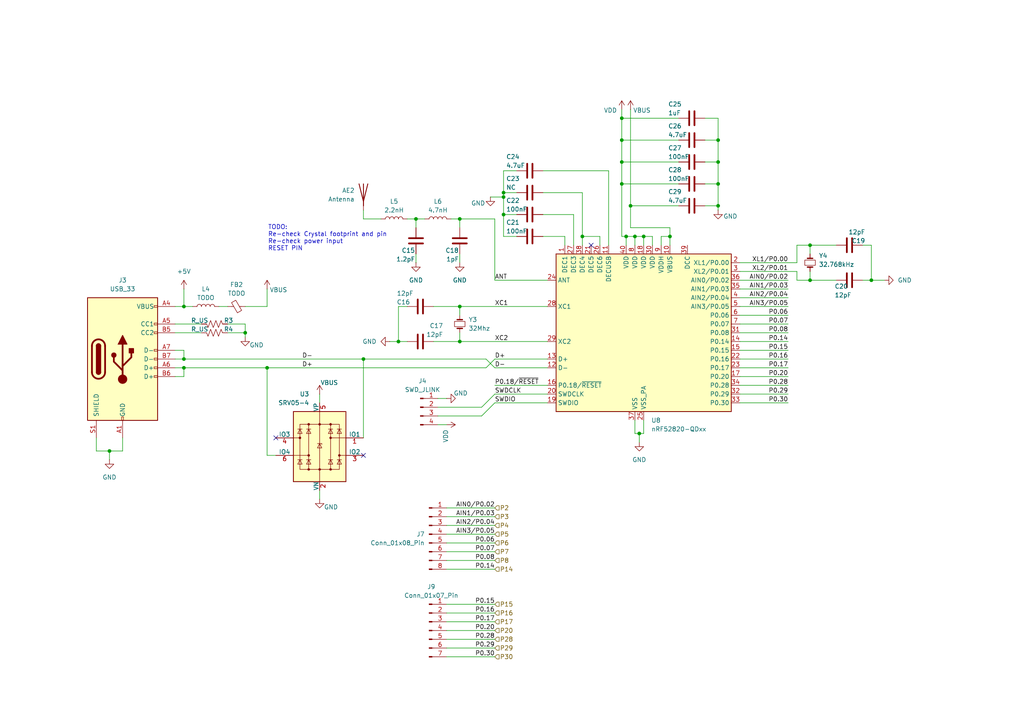
<source format=kicad_sch>
(kicad_sch (version 20231120) (generator "eeschema") (generator_version "8.0")
  (paper "A4")
  (title_block (title "NRF52820") (date "2024-11-14") (company "AHAH_TERROR"))
  (lib_symbols
    (symbol "Connector:Conn_01x04_Pin" (pin_names (offset 1.016) hide)
      (property "Reference" "J" (at 0 5.08 0))
      (property "Value" "Conn_01x04_Pin" (at 0 -7.62 0))
      (symbol "Conn_01x04_Pin_1_1"
        (polyline (pts (xy 1.27 -5.08) (xy 0.8636 -5.08)) (stroke (width 0.1524)))
        (polyline (pts (xy 1.27 -2.54) (xy 0.8636 -2.54)) (stroke (width 0.1524)))
        (polyline (pts (xy 1.27 0) (xy 0.8636 0)) (stroke (width 0.1524)))
        (polyline (pts (xy 1.27 2.54) (xy 0.8636 2.54)) (stroke (width 0.1524)))
        (rectangle (start 0.8636 -4.953) (end 0 -5.207) (stroke (width 0.1524)) (fill (type outline)))
        (rectangle (start 0.8636 -2.413) (end 0 -2.667) (stroke (width 0.1524)) (fill (type outline)))
        (rectangle (start 0.8636 0.127) (end 0 -0.127) (stroke (width 0.1524)) (fill (type outline)))
        (rectangle (start 0.8636 2.667) (end 0 2.413) (stroke (width 0.1524)) (fill (type outline)))
        (pin passive line (at 5.08 2.54 180) (length 3.81) (name "Pin_1") (number "1"))
        (pin passive line (at 5.08 0 180) (length 3.81) (name "Pin_2") (number "2"))
        (pin passive line (at 5.08 -2.54 180) (length 3.81) (name "Pin_3") (number "3"))
        (pin passive line (at 5.08 -5.08 180) (length 3.81) (name "Pin_4") (number "4"))
      )
    )
    (symbol "Connector:Conn_01x07_Pin" (pin_names (offset 1.016) hide)
      (property "Reference" "J" (at 0 10.16 0))
      (property "Value" "Conn_01x07_Pin" (at 0 -10.16 0))
      (symbol "Conn_01x07_Pin_1_1"
        (polyline (pts (xy 1.27 -7.62) (xy 0.8636 -7.62)) (stroke (width 0.1524)))
        (polyline (pts (xy 1.27 -5.08) (xy 0.8636 -5.08)) (stroke (width 0.1524)))
        (polyline (pts (xy 1.27 -2.54) (xy 0.8636 -2.54)) (stroke (width 0.1524)))
        (polyline (pts (xy 1.27 0) (xy 0.8636 0)) (stroke (width 0.1524)))
        (polyline (pts (xy 1.27 2.54) (xy 0.8636 2.54)) (stroke (width 0.1524)))
        (polyline (pts (xy 1.27 5.08) (xy 0.8636 5.08)) (stroke (width 0.1524)))
        (polyline (pts (xy 1.27 7.62) (xy 0.8636 7.62)) (stroke (width 0.1524)))
        (rectangle (start 0.8636 -7.493) (end 0 -7.747) (stroke (width 0.1524)) (fill (type outline)))
        (rectangle (start 0.8636 -4.953) (end 0 -5.207) (stroke (width 0.1524)) (fill (type outline)))
        (rectangle (start 0.8636 -2.413) (end 0 -2.667) (stroke (width 0.1524)) (fill (type outline)))
        (rectangle (start 0.8636 0.127) (end 0 -0.127) (stroke (width 0.1524)) (fill (type outline)))
        (rectangle (start 0.8636 2.667) (end 0 2.413) (stroke (width 0.1524)) (fill (type outline)))
        (rectangle (start 0.8636 5.207) (end 0 4.953) (stroke (width 0.1524)) (fill (type outline)))
        (rectangle (start 0.8636 7.747) (end 0 7.493) (stroke (width 0.1524)) (fill (type outline)))
        (pin passive line (at 5.08 7.62 180) (length 3.81) (name "Pin_1") (number "1"))
        (pin passive line (at 5.08 5.08 180) (length 3.81) (name "Pin_2") (number "2"))
        (pin passive line (at 5.08 2.54 180) (length 3.81) (name "Pin_3") (number "3"))
        (pin passive line (at 5.08 0 180) (length 3.81) (name "Pin_4") (number "4"))
        (pin passive line (at 5.08 -2.54 180) (length 3.81) (name "Pin_5") (number "5"))
        (pin passive line (at 5.08 -5.08 180) (length 3.81) (name "Pin_6") (number "6"))
        (pin passive line (at 5.08 -7.62 180) (length 3.81) (name "Pin_7") (number "7"))
      )
    )
    (symbol "Connector:Conn_01x08_Pin" (pin_names (offset 1.016) hide)
      (property "Reference" "J" (at 0 10.16 0))
      (property "Value" "Conn_01x08_Pin" (at 0 -12.7 0))
      (symbol "Conn_01x08_Pin_1_1"
        (polyline (pts (xy 1.27 -10.16) (xy 0.8636 -10.16)) (stroke (width 0.1524)))
        (polyline (pts (xy 1.27 -7.62) (xy 0.8636 -7.62)) (stroke (width 0.1524)))
        (polyline (pts (xy 1.27 -5.08) (xy 0.8636 -5.08)) (stroke (width 0.1524)))
        (polyline (pts (xy 1.27 -2.54) (xy 0.8636 -2.54)) (stroke (width 0.1524)))
        (polyline (pts (xy 1.27 0) (xy 0.8636 0)) (stroke (width 0.1524)))
        (polyline (pts (xy 1.27 2.54) (xy 0.8636 2.54)) (stroke (width 0.1524)))
        (polyline (pts (xy 1.27 5.08) (xy 0.8636 5.08)) (stroke (width 0.1524)))
        (polyline (pts (xy 1.27 7.62) (xy 0.8636 7.62)) (stroke (width 0.1524)))
        (rectangle (start 0.8636 -10.033) (end 0 -10.287) (stroke (width 0.1524)) (fill (type outline)))
        (rectangle (start 0.8636 -7.493) (end 0 -7.747) (stroke (width 0.1524)) (fill (type outline)))
        (rectangle (start 0.8636 -4.953) (end 0 -5.207) (stroke (width 0.1524)) (fill (type outline)))
        (rectangle (start 0.8636 -2.413) (end 0 -2.667) (stroke (width 0.1524)) (fill (type outline)))
        (rectangle (start 0.8636 0.127) (end 0 -0.127) (stroke (width 0.1524)) (fill (type outline)))
        (rectangle (start 0.8636 2.667) (end 0 2.413) (stroke (width 0.1524)) (fill (type outline)))
        (rectangle (start 0.8636 5.207) (end 0 4.953) (stroke (width 0.1524)) (fill (type outline)))
        (rectangle (start 0.8636 7.747) (end 0 7.493) (stroke (width 0.1524)) (fill (type outline)))
        (pin passive line (at 5.08 7.62 180) (length 3.81) (name "Pin_1") (number "1"))
        (pin passive line (at 5.08 5.08 180) (length 3.81) (name "Pin_2") (number "2"))
        (pin passive line (at 5.08 2.54 180) (length 3.81) (name "Pin_3") (number "3"))
        (pin passive line (at 5.08 0 180) (length 3.81) (name "Pin_4") (number "4"))
        (pin passive line (at 5.08 -2.54 180) (length 3.81) (name "Pin_5") (number "5"))
        (pin passive line (at 5.08 -5.08 180) (length 3.81) (name "Pin_6") (number "6"))
        (pin passive line (at 5.08 -7.62 180) (length 3.81) (name "Pin_7") (number "7"))
        (pin passive line (at 5.08 -10.16 180) (length 3.81) (name "Pin_8") (number "8"))
      )
    )
    (symbol "Connector:USB_C_Receptacle_USB2.0_14P" (pin_names (offset 1.016))
      (property "Reference" "J" (at 0 22.225 0))
      (property "Value" "USB_C_Receptacle_USB2.0_14P" (at 0 19.685 0))
      (symbol "USB_C_Receptacle_USB2.0_14P_0_0"
        (rectangle (start -0.254 -17.78) (end 0.254 -16.764))
        (rectangle (start 10.16 -4.826) (end 9.144 -5.334))
        (rectangle (start 10.16 -2.286) (end 9.144 -2.794))
        (rectangle (start 10.16 0.254) (end 9.144 -0.254))
        (rectangle (start 10.16 2.794) (end 9.144 2.286))
        (rectangle (start 10.16 7.874) (end 9.144 7.366))
        (rectangle (start 10.16 10.414) (end 9.144 9.906))
        (rectangle (start 10.16 15.494) (end 9.144 14.986))
      )
      (symbol "USB_C_Receptacle_USB2.0_14P_0_1"
        (rectangle (start -10.16 17.78) (end 10.16 -17.78) (stroke (width 0.254)) (fill (type background)))
        (arc (start -8.89 -3.81) (mid -6.985 -5.7067) (end -5.08 -3.81) (stroke (width 0.508)))
        (arc (start -7.62 -3.81) (mid -6.985 -4.4423) (end -6.35 -3.81) (stroke (width 0.254)))
        (arc (start -7.62 -3.81) (mid -6.985 -4.4423) (end -6.35 -3.81) (stroke (width 0.254)) (fill (type outline)))
        (rectangle (start -7.62 -3.81) (end -6.35 3.81) (stroke (width 0.254)) (fill (type outline)))
        (arc (start -6.35 3.81) (mid -6.985 4.4423) (end -7.62 3.81) (stroke (width 0.254)))
        (arc (start -6.35 3.81) (mid -6.985 4.4423) (end -7.62 3.81) (stroke (width 0.254)) (fill (type outline)))
        (arc (start -5.08 3.81) (mid -6.985 5.7067) (end -8.89 3.81) (stroke (width 0.508)))
        (circle (center -2.54 1.143) (radius 0.635) (stroke (width 0.254)) (fill (type outline)))
        (circle (center 0 -5.842) (radius 1.27) (fill (type outline)))
        (polyline (pts (xy -8.89 -3.81) (xy -8.89 3.81)) (stroke (width 0.508)))
        (polyline (pts (xy -5.08 3.81) (xy -5.08 -3.81)) (stroke (width 0.508)))
        (polyline (pts (xy 0 -5.842) (xy 0 4.318)) (stroke (width 0.508)))
        (polyline (pts (xy 0 -3.302) (xy -2.54 -0.762) (xy -2.54 0.508)) (stroke (width 0.508)))
        (polyline (pts (xy 0 -2.032) (xy 2.54 0.508) (xy 2.54 1.778)) (stroke (width 0.508)))
        (polyline (pts (xy -1.27 4.318) (xy 0 6.858) (xy 1.27 4.318) (xy -1.27 4.318)) (stroke (width 0.254)) (fill (type outline)))
        (rectangle (start 1.905 1.778) (end 3.175 3.048) (stroke (width 0.254)) (fill (type outline)))
      )
      (symbol "USB_C_Receptacle_USB2.0_14P_1_1"
        (pin passive line (at 0 -22.86 90) (length 5.08) (name "GND") (number "A1"))
        (pin passive line (at 0 -22.86 90) (length 5.08) hide (name "GND") (number "A12"))
        (pin passive line (at 15.24 15.24 180) (length 5.08) (name "VBUS") (number "A4"))
        (pin bidirectional line (at 15.24 10.16 180) (length 5.08) (name "CC1") (number "A5"))
        (pin bidirectional line (at 15.24 -2.54 180) (length 5.08) (name "D+") (number "A6"))
        (pin bidirectional line (at 15.24 2.54 180) (length 5.08) (name "D-") (number "A7"))
        (pin passive line (at 15.24 15.24 180) (length 5.08) hide (name "VBUS") (number "A9"))
        (pin passive line (at 0 -22.86 90) (length 5.08) hide (name "GND") (number "B1"))
        (pin passive line (at 0 -22.86 90) (length 5.08) hide (name "GND") (number "B12"))
        (pin passive line (at 15.24 15.24 180) (length 5.08) hide (name "VBUS") (number "B4"))
        (pin bidirectional line (at 15.24 7.62 180) (length 5.08) (name "CC2") (number "B5"))
        (pin bidirectional line (at 15.24 -5.08 180) (length 5.08) (name "D+") (number "B6"))
        (pin bidirectional line (at 15.24 0 180) (length 5.08) (name "D-") (number "B7"))
        (pin passive line (at 15.24 15.24 180) (length 5.08) hide (name "VBUS") (number "B9"))
        (pin passive line (at -7.62 -22.86 90) (length 5.08) (name "SHIELD") (number "S1"))
      )
    )
    (symbol "Device:Antenna" (pin_numbers hide) (pin_names (offset 1.016) hide)
      (property "Reference" "AE" (at -1.905 1.905 0))
      (property "Value" "Antenna" (at -1.905 0 0))
      (symbol "Antenna_0_1"
        (polyline (pts (xy 0 2.54) (xy 0 -3.81)) (stroke (width 0.254)))
        (polyline (pts (xy 1.27 2.54) (xy 0 -2.54) (xy -1.27 2.54)) (stroke (width 0.254)))
      )
      (symbol "Antenna_1_1"
        (pin input line (at 0 -5.08 90) (length 2.54) (name "A") (number "1"))
      )
    )
    (symbol "Device:C" (pin_numbers hide) (pin_names (offset 0.254))
      (property "Reference" "C" (at 0.635 2.54 0))
      (property "Value" "C" (at 0.635 -2.54 0))
      (symbol "C_0_1"
        (polyline (pts (xy -2.032 -0.762) (xy 2.032 -0.762)) (stroke (width 0.508)))
        (polyline (pts (xy -2.032 0.762) (xy 2.032 0.762)) (stroke (width 0.508)))
      )
      (symbol "C_1_1"
        (pin passive line (at 0 3.81 270) (length 2.794) (name "~") (number "1"))
        (pin passive line (at 0 -3.81 90) (length 2.794) (name "~") (number "2"))
      )
    )
    (symbol "Device:Crystal_Small" (pin_numbers hide) (pin_names (offset 1.016) hide)
      (property "Reference" "Y" (at 0 2.54 0))
      (property "Value" "Crystal_Small" (at 0 -2.54 0))
      (symbol "Crystal_Small_0_1"
        (rectangle (start -0.762 -1.524) (end 0.762 1.524))
        (polyline (pts (xy -1.27 -0.762) (xy -1.27 0.762)) (stroke (width 0.381)))
        (polyline (pts (xy 1.27 -0.762) (xy 1.27 0.762)) (stroke (width 0.381)))
      )
      (symbol "Crystal_Small_1_1"
        (pin passive line (at -2.54 0 0) (length 1.27) (name "1") (number "1"))
        (pin passive line (at 2.54 0 180) (length 1.27) (name "2") (number "2"))
      )
    )
    (symbol "Device:FerriteBead_Small" (pin_numbers hide) (pin_names (offset 0))
      (property "Reference" "FB" (at 1.905 1.27 0))
      (property "Value" "FerriteBead_Small" (at 1.905 -1.27 0))
      (symbol "FerriteBead_Small_0_1"
        (polyline (pts (xy 0 -1.27) (xy 0 -0.7874)))
        (polyline (pts (xy 0 0.889) (xy 0 1.2954)))
        (polyline (pts (xy -1.8288 0.2794) (xy -1.1176 1.4986) (xy 1.8288 -0.2032) (xy 1.1176 -1.4224) (xy -1.8288 0.2794)))
      )
      (symbol "FerriteBead_Small_1_1"
        (pin passive line (at 0 2.54 270) (length 1.27) (name "~") (number "1"))
        (pin passive line (at 0 -2.54 90) (length 1.27) (name "~") (number "2"))
      )
    )
    (symbol "Device:L" (pin_numbers hide) (pin_names (offset 1.016) hide)
      (property "Reference" "L" (at -1.27 0 90))
      (property "Value" "L" (at 1.905 0 90))
      (symbol "L_0_1"
        (arc (start 0 -2.54) (mid 0.6323 -1.905) (end 0 -1.27))
        (arc (start 0 -1.27) (mid 0.6323 -0.635) (end 0 0))
        (arc (start 0 0) (mid 0.6323 0.635) (end 0 1.27))
        (arc (start 0 1.27) (mid 0.6323 1.905) (end 0 2.54))
      )
      (symbol "L_1_1"
        (pin passive line (at 0 3.81 270) (length 1.27) (name "1") (number "1"))
        (pin passive line (at 0 -3.81 90) (length 1.27) (name "2") (number "2"))
      )
    )
    (symbol "Device:R_US" (pin_numbers hide) (pin_names (offset 0))
      (property "Reference" "R" (at 2.54 0 90))
      (property "Value" "R_US" (at -2.54 0 90))
      (symbol "R_US_0_1"
        (polyline (pts (xy 0 -2.286) (xy 0 -2.54)))
        (polyline (pts (xy 0 2.286) (xy 0 2.54)))
        (polyline (pts (xy 0 -0.762) (xy 1.016 -1.143) (xy 0 -1.524) (xy -1.016 -1.905) (xy 0 -2.286)))
        (polyline (pts (xy 0 0.762) (xy 1.016 0.381) (xy 0 0) (xy -1.016 -0.381) (xy 0 -0.762)))
        (polyline (pts (xy 0 2.286) (xy 1.016 1.905) (xy 0 1.524) (xy -1.016 1.143) (xy 0 0.762)))
      )
      (symbol "R_US_1_1"
        (pin passive line (at 0 3.81 270) (length 1.27) (name "~") (number "1"))
        (pin passive line (at 0 -3.81 90) (length 1.27) (name "~") (number "2"))
      )
    )
    (symbol "MCU_Nordic:nRF52820-QDxx"
      (property "Reference" "U" (at -2.54 0 0))
      (property "Value" "nRF52820-QDxx" (at -2.54 -2.54 0))
      (symbol "nRF52820-QDxx_0_1"
        (rectangle (start -25.4 22.86) (end 25.4 -22.86) (stroke (width 0.254)) (fill (type background)))
      )
      (symbol "nRF52820-QDxx_1_1"
        (pin passive line (at -22.86 25.4 270) (length 2.54) (name "DEC1") (number "1"))
        (pin power_in line (at 7.62 25.4 270) (length 2.54) (name "VBUS") (number "10"))
        (pin passive line (at -10.16 25.4 270) (length 2.54) (name "DECUSB") (number "11"))
        (pin bidirectional line (at -27.94 -10.16 0) (length 2.54) (name "D-") (number "12"))
        (pin bidirectional line (at -27.94 -7.62 0) (length 2.54) (name "D+") (number "13"))
        (pin bidirectional line (at 27.94 -2.54 180) (length 2.54) (name "P0.14") (number "14"))
        (pin bidirectional line (at 27.94 -5.08 180) (length 2.54) (name "P0.15") (number "15"))
        (pin bidirectional line (at -27.94 -15.24 0) (length 2.54) (name "P0.18/~{RESET}") (number "16"))
        (pin bidirectional line (at 27.94 -12.7 180) (length 2.54) (name "P0.20") (number "17"))
        (pin power_in line (at 0 25.4 270) (length 2.54) (name "VDD") (number "18"))
        (pin bidirectional line (at -27.94 -20.32 0) (length 2.54) (name "SWDIO") (number "19"))
        (pin bidirectional line (at 27.94 20.32 180) (length 2.54) (name "XL1/P0.00") (number "2"))
        (pin input line (at -27.94 -17.78 0) (length 2.54) (name "SWDCLK") (number "20"))
        (pin passive line (at -15.24 25.4 270) (length 2.54) (name "DEC5") (number "21"))
        (pin bidirectional line (at 27.94 -7.62 180) (length 2.54) (name "P0.16") (number "22"))
        (pin bidirectional line (at 27.94 -10.16 180) (length 2.54) (name "P0.17") (number "23"))
        (pin passive line (at -27.94 15.24 0) (length 2.54) (name "ANT") (number "24"))
        (pin power_in line (at 0 -25.4 90) (length 2.54) (name "VSS_PA") (number "25"))
        (pin passive line (at -12.7 25.4 270) (length 2.54) (name "DEC6") (number "26"))
        (pin passive line (at -20.32 25.4 270) (length 2.54) (name "DEC3") (number "27"))
        (pin input line (at -27.94 7.62 0) (length 2.54) (name "XC1") (number "28"))
        (pin input line (at -27.94 -2.54 0) (length 2.54) (name "XC2") (number "29"))
        (pin bidirectional line (at 27.94 17.78 180) (length 2.54) (name "XL2/P0.01") (number "3"))
        (pin power_in line (at 2.54 25.4 270) (length 2.54) (name "VDD") (number "30"))
        (pin bidirectional line (at 27.94 0 180) (length 2.54) (name "P0.08") (number "31"))
        (pin bidirectional line (at 27.94 -17.78 180) (length 2.54) (name "P0.29") (number "32"))
        (pin bidirectional line (at 27.94 -20.32 180) (length 2.54) (name "P0.30") (number "33"))
        (pin bidirectional line (at 27.94 -15.24 180) (length 2.54) (name "P0.28") (number "34"))
        (pin bidirectional line (at 27.94 12.7 180) (length 2.54) (name "AIN1/P0.03") (number "35"))
        (pin bidirectional line (at 27.94 15.24 180) (length 2.54) (name "AIN0/P0.02") (number "36"))
        (pin power_in line (at -2.54 -25.4 90) (length 2.54) (name "VSS") (number "37"))
        (pin passive line (at -17.78 25.4 270) (length 2.54) (name "DEC4") (number "38"))
        (pin power_out line (at 12.7 25.4 270) (length 2.54) (name "DCC") (number "39"))
        (pin bidirectional line (at 27.94 10.16 180) (length 2.54) (name "AIN2/P0.04") (number "4"))
        (pin power_in line (at -5.08 25.4 270) (length 2.54) (name "VDD") (number "40"))
        (pin passive line (at -2.54 -25.4 90) (length 2.54) hide (name "VSS") (number "41"))
        (pin bidirectional line (at 27.94 7.62 180) (length 2.54) (name "AIN3/P0.05") (number "5"))
        (pin bidirectional line (at 27.94 5.08 180) (length 2.54) (name "P0.06") (number "6"))
        (pin bidirectional line (at 27.94 2.54 180) (length 2.54) (name "P0.07") (number "7"))
        (pin power_in line (at -2.54 25.4 270) (length 2.54) (name "VDD") (number "8"))
        (pin power_in line (at 5.08 25.4 270) (length 2.54) (name "VDDH") (number "9"))
      )
    )
    (symbol "Power_Protection:SRV05-4" (pin_names (offset 0))
      (property "Reference" "U" (at -5.08 11.43 0))
      (property "Value" "SRV05-4" (at 2.54 11.43 0))
      (symbol "SRV05-4_0_0"
        (rectangle (start -5.715 6.477) (end 5.715 -6.604))
        (polyline (pts (xy -3.175 -6.604) (xy -3.175 6.477)))
        (polyline (pts (xy 3.175 6.477) (xy 3.175 -6.604)))
      )
      (symbol "SRV05-4_0_1"
        (rectangle (start -7.62 10.16) (end 7.62 -10.16) (stroke (width 0.254)) (fill (type background)))
        (circle (center -5.715 -2.54) (radius 0.2794) (fill (type outline)))
        (circle (center -3.175 -6.604) (radius 0.2794) (fill (type outline)))
        (circle (center -3.175 2.54) (radius 0.2794) (fill (type outline)))
        (circle (center -3.175 6.477) (radius 0.2794) (fill (type outline)))
        (circle (center 0 -6.604) (radius 0.2794) (fill (type outline)))
        (polyline (pts (xy -7.747 2.54) (xy -3.175 2.54)))
        (polyline (pts (xy -7.62 -2.54) (xy -5.715 -2.54)))
        (polyline (pts (xy -5.08 -3.81) (xy -6.35 -3.81)))
        (polyline (pts (xy -5.08 5.08) (xy -6.35 5.08)))
        (polyline (pts (xy -2.54 -3.81) (xy -3.81 -3.81)))
        (polyline (pts (xy -2.54 5.08) (xy -3.81 5.08)))
        (polyline (pts (xy 0 10.16) (xy 0 -10.16)))
        (polyline (pts (xy 3.81 -3.81) (xy 2.54 -3.81)))
        (polyline (pts (xy 3.81 5.08) (xy 2.54 5.08)))
        (polyline (pts (xy 6.35 -3.81) (xy 5.08 -3.81)))
        (polyline (pts (xy 6.35 5.08) (xy 5.08 5.08)))
        (polyline (pts (xy 7.62 -2.54) (xy 3.175 -2.54)))
        (polyline (pts (xy 7.62 2.54) (xy 5.715 2.54)))
        (polyline (pts (xy 0.635 0.889) (xy -0.635 0.889) (xy -0.635 0.635)))
        (polyline (pts (xy -5.08 -5.08) (xy -6.35 -5.08) (xy -5.715 -3.81) (xy -5.08 -5.08)))
        (polyline (pts (xy -5.08 3.81) (xy -6.35 3.81) (xy -5.715 5.08) (xy -5.08 3.81)))
        (polyline (pts (xy -2.54 -5.08) (xy -3.81 -5.08) (xy -3.175 -3.81) (xy -2.54 -5.08)))
        (polyline (pts (xy -2.54 3.81) (xy -3.81 3.81) (xy -3.175 5.08) (xy -2.54 3.81)))
        (polyline (pts (xy 0.635 -0.381) (xy -0.635 -0.381) (xy 0 0.889) (xy 0.635 -0.381)))
        (polyline (pts (xy 3.81 -5.08) (xy 2.54 -5.08) (xy 3.175 -3.81) (xy 3.81 -5.08)))
        (polyline (pts (xy 3.81 3.81) (xy 2.54 3.81) (xy 3.175 5.08) (xy 3.81 3.81)))
        (polyline (pts (xy 6.35 -5.08) (xy 5.08 -5.08) (xy 5.715 -3.81) (xy 6.35 -5.08)))
        (polyline (pts (xy 6.35 3.81) (xy 5.08 3.81) (xy 5.715 5.08) (xy 6.35 3.81)))
        (circle (center 0 6.477) (radius 0.2794) (fill (type outline)))
        (circle (center 3.175 -6.604) (radius 0.2794) (fill (type outline)))
        (circle (center 3.175 -2.54) (radius 0.2794) (fill (type outline)))
        (circle (center 3.175 6.477) (radius 0.2794) (fill (type outline)))
        (circle (center 5.715 2.54) (radius 0.2794) (fill (type outline)))
      )
      (symbol "SRV05-4_1_1"
        (pin passive line (at -12.7 2.54 0) (length 5.08) (name "IO1") (number "1"))
        (pin passive line (at 0 -12.7 90) (length 2.54) (name "VN") (number "2"))
        (pin passive line (at -12.7 -2.54 0) (length 5.08) (name "IO2") (number "3"))
        (pin passive line (at 12.7 2.54 180) (length 5.08) (name "IO3") (number "4"))
        (pin passive line (at 0 12.7 270) (length 2.54) (name "VP") (number "5"))
        (pin passive line (at 12.7 -2.54 180) (length 5.08) (name "IO4") (number "6"))
      )
    )
    (symbol "power:+5V" (power) (pin_numbers hide) (pin_names (offset 0) hide)
      (property "Value" "+5V" (at 0 3.556 0))
      (symbol "+5V_0_1"
        (polyline (pts (xy -0.762 1.27) (xy 0 2.54)))
        (polyline (pts (xy 0 0) (xy 0 2.54)))
        (polyline (pts (xy 0 2.54) (xy 0.762 1.27)))
      )
      (symbol "+5V_1_1"
        (pin power_in line (at 0 0 90) (length 0) (name "~") (number "1"))
      )
    )
    (symbol "power:GND" (power) (pin_numbers hide) (pin_names (offset 0) hide)
      (property "Value" "GND" (at 0 -3.81 0))
      (symbol "GND_0_1"
        (polyline (pts (xy 0 0) (xy 0 -1.27) (xy 1.27 -1.27) (xy 0 -2.54) (xy -1.27 -1.27) (xy 0 -1.27)))
      )
      (symbol "GND_1_1"
        (pin power_in line (at 0 0 270) (length 0) (name "~") (number "1"))
      )
    )
    (symbol "power:VBUS" (power) (pin_numbers hide) (pin_names (offset 0) hide)
      (property "Value" "VBUS" (at 0 3.556 0))
      (symbol "VBUS_0_1"
        (polyline (pts (xy -0.762 1.27) (xy 0 2.54)))
        (polyline (pts (xy 0 0) (xy 0 2.54)))
        (polyline (pts (xy 0 2.54) (xy 0.762 1.27)))
      )
      (symbol "VBUS_1_1"
        (pin power_in line (at 0 0 90) (length 0) (name "~") (number "1"))
      )
    )
    (symbol "power:VDD" (power) (pin_numbers hide) (pin_names (offset 0) hide)
      (property "Value" "VDD" (at 0 3.556 0))
      (symbol "VDD_0_1"
        (polyline (pts (xy -0.762 1.27) (xy 0 2.54)))
        (polyline (pts (xy 0 0) (xy 0 2.54)))
        (polyline (pts (xy 0 2.54) (xy 0.762 1.27)))
      )
      (symbol "VDD_1_1"
        (pin power_in line (at 0 0 90) (length 0) (name "~") (number "1"))
      )
    )
  )
  (junction (at 71.12 96.52))
  (junction (at 146.05 57.15))
  (junction (at 234.95 81.28))
  (junction (at 184.15 68.58))
  (junction (at 31.75 130.81))
  (junction (at 146.05 62.23))
  (junction (at 133.35 88.9))
  (junction (at 53.34 104.14))
  (junction (at 208.28 40.64))
  (junction (at 133.35 63.5))
  (junction (at 53.34 106.68))
  (junction (at 77.47 106.68))
  (junction (at 105.41 104.14))
  (junction (at 120.65 63.5))
  (junction (at 180.34 53.34))
  (junction (at 208.28 53.34))
  (junction (at 194.31 68.58))
  (junction (at 180.34 34.29))
  (junction (at 208.28 59.69))
  (junction (at 185.42 125.73))
  (junction (at 252.73 81.28))
  (junction (at 53.34 88.9))
  (junction (at 168.91 68.58))
  (junction (at 186.69 68.58))
  (junction (at 180.34 46.99))
  (junction (at 146.05 55.88))
  (junction (at 133.35 99.06))
  (junction (at 115.57 99.06))
  (junction (at 208.28 46.99))
  (junction (at 180.34 40.64))
  (junction (at 181.61 68.58))
  (junction (at 234.95 71.12))
  (junction (at 182.88 59.69))
  (no_connect (at 171.45 71.12))
  (no_connect (at 105.41 132.08))
  (no_connect (at 80.01 127))
  (wire (pts (xy 146.05 57.15) (xy 146.05 62.23)))
  (wire (pts (xy 143.51 165.1) (xy 129.54 165.1)))
  (wire (pts (xy 120.65 73.66) (xy 120.65 76.2)))
  (wire (pts (xy 234.95 78.74) (xy 234.95 81.28)))
  (wire (pts (xy 120.65 63.5) (xy 120.65 66.04)))
  (wire (pts (xy 214.63 76.2) (xy 231.14 76.2)))
  (wire (pts (xy 191.77 68.58) (xy 194.31 68.58)))
  (wire (pts (xy 242.57 71.12) (xy 234.95 71.12)))
  (wire (pts (xy 191.77 68.58) (xy 191.77 71.12)))
  (wire (pts (xy 77.47 106.68) (xy 53.34 106.68)))
  (wire (pts (xy 140.97 106.68) (xy 143.51 104.14)))
  (wire (pts (xy 77.47 106.68) (xy 140.97 106.68)))
  (wire (pts (xy 77.47 132.08) (xy 77.47 106.68)))
  (wire (pts (xy 133.35 73.66) (xy 133.35 76.2)))
  (wire (pts (xy 181.61 68.58) (xy 181.61 71.12)))
  (wire (pts (xy 194.31 68.58) (xy 194.31 71.12)))
  (wire (pts (xy 250.19 71.12) (xy 252.73 71.12)))
  (wire (pts (xy 186.69 68.58) (xy 189.23 68.58)))
  (wire (pts (xy 182.88 31.75) (xy 182.88 59.69)))
  (wire (pts (xy 27.94 130.81) (xy 27.94 127)))
  (wire (pts (xy 143.51 177.8) (xy 129.54 177.8)))
  (wire (pts (xy 66.04 96.52) (xy 71.12 96.52)))
  (wire (pts (xy 118.11 63.5) (xy 120.65 63.5)))
  (wire (pts (xy 133.35 66.04) (xy 133.35 63.5)))
  (wire (pts (xy 77.47 88.9) (xy 77.47 83.82)))
  (wire (pts (xy 105.41 63.5) (xy 105.41 60.96)))
  (wire (pts (xy 204.47 40.64) (xy 208.28 40.64)))
  (wire (pts (xy 214.63 78.74) (xy 231.14 78.74)))
  (wire (pts (xy 228.6 88.9) (xy 214.63 88.9)))
  (wire (pts (xy 234.95 81.28) (xy 231.14 81.28)))
  (wire (pts (xy 182.88 59.69) (xy 196.85 59.69)))
  (wire (pts (xy 129.54 115.57) (xy 127 115.57)))
  (wire (pts (xy 127 118.11) (xy 139.7 118.11)))
  (wire (pts (xy 208.28 46.99) (xy 208.28 53.34)))
  (wire (pts (xy 228.6 114.3) (xy 214.63 114.3)))
  (wire (pts (xy 71.12 93.98) (xy 66.04 93.98)))
  (wire (pts (xy 228.6 96.52) (xy 214.63 96.52)))
  (wire (pts (xy 228.6 99.06) (xy 214.63 99.06)))
  (wire (pts (xy 129.54 123.19) (xy 127 123.19)))
  (wire (pts (xy 163.83 68.58) (xy 163.83 71.12)))
  (wire (pts (xy 256.54 81.28) (xy 252.73 81.28)))
  (wire (pts (xy 143.51 152.4) (xy 129.54 152.4)))
  (wire (pts (xy 71.12 96.52) (xy 71.12 93.98)))
  (wire (pts (xy 71.12 88.9) (xy 77.47 88.9)))
  (wire (pts (xy 234.95 73.66) (xy 234.95 71.12)))
  (wire (pts (xy 143.51 114.3) (xy 158.75 114.3)))
  (wire (pts (xy 184.15 121.92) (xy 184.15 125.73)))
  (wire (pts (xy 143.51 185.42) (xy 129.54 185.42)))
  (wire (pts (xy 139.7 118.11) (xy 143.51 114.3)))
  (wire (pts (xy 184.15 68.58) (xy 184.15 71.12)))
  (wire (pts (xy 50.8 109.22) (xy 53.34 109.22)))
  (wire (pts (xy 189.23 68.58) (xy 189.23 71.12)))
  (wire (pts (xy 125.73 99.06) (xy 133.35 99.06)))
  (wire (pts (xy 143.51 63.5) (xy 143.51 81.28)))
  (wire (pts (xy 55.88 88.9) (xy 53.34 88.9)))
  (wire (pts (xy 180.34 34.29) (xy 180.34 40.64)))
  (wire (pts (xy 50.8 88.9) (xy 53.34 88.9)))
  (wire (pts (xy 110.49 63.5) (xy 105.41 63.5)))
  (wire (pts (xy 157.48 49.53) (xy 176.53 49.53)))
  (wire (pts (xy 125.73 88.9) (xy 133.35 88.9)))
  (wire (pts (xy 146.05 49.53) (xy 146.05 55.88)))
  (wire (pts (xy 185.42 125.73) (xy 186.69 125.73)))
  (wire (pts (xy 252.73 71.12) (xy 252.73 81.28)))
  (wire (pts (xy 173.99 68.58) (xy 173.99 71.12)))
  (wire (pts (xy 50.8 104.14) (xy 53.34 104.14)))
  (wire (pts (xy 228.6 106.68) (xy 214.63 106.68)))
  (wire (pts (xy 180.34 40.64) (xy 196.85 40.64)))
  (wire (pts (xy 204.47 53.34) (xy 208.28 53.34)))
  (wire (pts (xy 143.51 157.48) (xy 129.54 157.48)))
  (wire (pts (xy 31.75 130.81) (xy 27.94 130.81)))
  (wire (pts (xy 143.51 182.88) (xy 129.54 182.88)))
  (wire (pts (xy 118.11 88.9) (xy 115.57 88.9)))
  (wire (pts (xy 143.51 187.96) (xy 129.54 187.96)))
  (wire (pts (xy 166.37 62.23) (xy 166.37 71.12)))
  (wire (pts (xy 204.47 34.29) (xy 208.28 34.29)))
  (wire (pts (xy 157.48 68.58) (xy 163.83 68.58)))
  (wire (pts (xy 186.69 68.58) (xy 186.69 71.12)))
  (wire (pts (xy 80.01 132.08) (xy 77.47 132.08)))
  (wire (pts (xy 143.51 106.68) (xy 158.75 106.68)))
  (wire (pts (xy 204.47 46.99) (xy 208.28 46.99)))
  (wire (pts (xy 146.05 49.53) (xy 149.86 49.53)))
  (wire (pts (xy 35.56 127) (xy 35.56 130.81)))
  (wire (pts (xy 181.61 68.58) (xy 184.15 68.58)))
  (wire (pts (xy 228.6 83.82) (xy 214.63 83.82)))
  (wire (pts (xy 180.34 34.29) (xy 196.85 34.29)))
  (wire (pts (xy 143.51 116.84) (xy 158.75 116.84)))
  (wire (pts (xy 228.6 93.98) (xy 214.63 93.98)))
  (wire (pts (xy 228.6 111.76) (xy 214.63 111.76)))
  (wire (pts (xy 228.6 91.44) (xy 214.63 91.44)))
  (wire (pts (xy 194.31 66.04) (xy 194.31 68.58)))
  (wire (pts (xy 168.91 68.58) (xy 173.99 68.58)))
  (wire (pts (xy 228.6 101.6) (xy 214.63 101.6)))
  (wire (pts (xy 115.57 99.06) (xy 118.11 99.06)))
  (wire (pts (xy 53.34 109.22) (xy 53.34 106.68)))
  (wire (pts (xy 180.34 40.64) (xy 180.34 46.99)))
  (wire (pts (xy 143.51 81.28) (xy 158.75 81.28)))
  (wire (pts (xy 146.05 68.58) (xy 149.86 68.58)))
  (wire (pts (xy 105.41 104.14) (xy 53.34 104.14)))
  (wire (pts (xy 92.71 114.3) (xy 92.71 116.84)))
  (wire (pts (xy 133.35 91.44) (xy 133.35 88.9)))
  (wire (pts (xy 204.47 59.69) (xy 208.28 59.69)))
  (wire (pts (xy 176.53 49.53) (xy 176.53 71.12)))
  (wire (pts (xy 92.71 142.24) (xy 92.71 144.78)))
  (wire (pts (xy 71.12 96.52) (xy 71.12 97.79)))
  (wire (pts (xy 228.6 116.84) (xy 214.63 116.84)))
  (wire (pts (xy 113.03 99.06) (xy 115.57 99.06)))
  (wire (pts (xy 58.42 96.52) (xy 50.8 96.52)))
  (wire (pts (xy 146.05 62.23) (xy 146.05 68.58)))
  (wire (pts (xy 105.41 104.14) (xy 140.97 104.14)))
  (wire (pts (xy 53.34 88.9) (xy 53.34 83.82)))
  (wire (pts (xy 105.41 104.14) (xy 105.41 127)))
  (wire (pts (xy 231.14 71.12) (xy 234.95 71.12)))
  (wire (pts (xy 182.88 59.69) (xy 182.88 66.04)))
  (wire (pts (xy 50.8 101.6) (xy 53.34 101.6)))
  (wire (pts (xy 146.05 55.88) (xy 146.05 57.15)))
  (wire (pts (xy 146.05 62.23) (xy 149.86 62.23)))
  (wire (pts (xy 143.51 160.02) (xy 129.54 160.02)))
  (wire (pts (xy 208.28 34.29) (xy 208.28 40.64)))
  (wire (pts (xy 180.34 31.75) (xy 180.34 34.29)))
  (wire (pts (xy 157.48 62.23) (xy 166.37 62.23)))
  (wire (pts (xy 143.51 154.94) (xy 129.54 154.94)))
  (wire (pts (xy 53.34 106.68) (xy 50.8 106.68)))
  (wire (pts (xy 182.88 66.04) (xy 194.31 66.04)))
  (wire (pts (xy 185.42 125.73) (xy 185.42 128.27)))
  (wire (pts (xy 180.34 53.34) (xy 180.34 68.58)))
  (wire (pts (xy 115.57 88.9) (xy 115.57 99.06)))
  (wire (pts (xy 208.28 59.69) (xy 208.28 60.96)))
  (wire (pts (xy 180.34 46.99) (xy 196.85 46.99)))
  (wire (pts (xy 168.91 55.88) (xy 168.91 68.58)))
  (wire (pts (xy 168.91 68.58) (xy 168.91 71.12)))
  (wire (pts (xy 31.75 130.81) (xy 31.75 133.35)))
  (wire (pts (xy 127 120.65) (xy 139.7 120.65)))
  (wire (pts (xy 208.28 53.34) (xy 208.28 59.69)))
  (wire (pts (xy 35.56 130.81) (xy 31.75 130.81)))
  (wire (pts (xy 66.04 88.9) (xy 63.5 88.9)))
  (wire (pts (xy 133.35 88.9) (xy 158.75 88.9)))
  (wire (pts (xy 53.34 101.6) (xy 53.34 104.14)))
  (wire (pts (xy 208.28 40.64) (xy 208.28 46.99)))
  (wire (pts (xy 231.14 81.28) (xy 231.14 78.74)))
  (wire (pts (xy 180.34 46.99) (xy 180.34 53.34)))
  (wire (pts (xy 130.81 63.5) (xy 133.35 63.5)))
  (wire (pts (xy 143.51 147.32) (xy 129.54 147.32)))
  (wire (pts (xy 186.69 125.73) (xy 186.69 121.92)))
  (wire (pts (xy 143.51 162.56) (xy 129.54 162.56)))
  (wire (pts (xy 146.05 55.88) (xy 149.86 55.88)))
  (wire (pts (xy 231.14 76.2) (xy 231.14 71.12)))
  (wire (pts (xy 157.48 55.88) (xy 168.91 55.88)))
  (wire (pts (xy 143.51 149.86) (xy 129.54 149.86)))
  (wire (pts (xy 133.35 99.06) (xy 158.75 99.06)))
  (wire (pts (xy 180.34 53.34) (xy 196.85 53.34)))
  (wire (pts (xy 143.51 190.5) (xy 129.54 190.5)))
  (wire (pts (xy 184.15 125.73) (xy 185.42 125.73)))
  (wire (pts (xy 133.35 63.5) (xy 143.51 63.5)))
  (wire (pts (xy 228.6 104.14) (xy 214.63 104.14)))
  (wire (pts (xy 143.51 116.84) (xy 139.7 120.65)))
  (wire (pts (xy 140.97 104.14) (xy 143.51 106.68)))
  (wire (pts (xy 252.73 81.28) (xy 250.19 81.28)))
  (wire (pts (xy 143.51 111.76) (xy 158.75 111.76)))
  (wire (pts (xy 180.34 68.58) (xy 181.61 68.58)))
  (wire (pts (xy 242.57 81.28) (xy 234.95 81.28)))
  (wire (pts (xy 133.35 96.52) (xy 133.35 99.06)))
  (wire (pts (xy 228.6 81.28) (xy 214.63 81.28)))
  (wire (pts (xy 58.42 93.98) (xy 50.8 93.98)))
  (wire (pts (xy 143.51 175.26) (xy 129.54 175.26)))
  (wire (pts (xy 184.15 68.58) (xy 186.69 68.58)))
  (wire (pts (xy 228.6 86.36) (xy 214.63 86.36)))
  (wire (pts (xy 142.24 57.15) (xy 146.05 57.15)))
  (wire (pts (xy 143.51 104.14) (xy 158.75 104.14)))
  (wire (pts (xy 143.51 180.34) (xy 129.54 180.34)))
  (wire (pts (xy 228.6 109.22) (xy 214.63 109.22)))
  (wire (pts (xy 120.65 63.5) (xy 123.19 63.5)))
  (text "TODO: \nRe-check Crystal footprint and pin \nRe-check power input\nRESET PIN" (at 77.724 65.278 0) (effects (font (size 1.27 1.27)) (justify left top)))
  (label "AIN2/P0.04" (at 228.6 86.36 180))
  (label "AIN3/P0.05" (at 143.51 154.94 180))
  (label "P0.15" (at 143.51 175.26 180))
  (label "SWDCLK" (at 143.51 114.3 0))
  (label "P0.30" (at 143.51 190.5 180))
  (label "P0.30" (at 228.6 116.84 180))
  (label "P0.20" (at 228.6 109.22 180))
  (label "P0.07" (at 143.51 160.02 180))
  (label "P0.14" (at 143.51 165.1 180))
  (label "AIN2/P0.04" (at 143.51 152.4 180))
  (label "AIN1/P0.03" (at 228.6 83.82 180))
  (label "P0.16" (at 228.6 104.14 180))
  (label "ANT" (at 143.51 81.28 0))
  (label "P0.08" (at 143.51 162.56 180))
  (label "D-" (at 143.51 106.68 0))
  (label "P0.07" (at 228.6 93.98 180))
  (label "P0.28" (at 228.6 111.76 180))
  (label "P0.20" (at 143.51 182.88 180))
  (label "P0.17" (at 228.6 106.68 180))
  (label "P0.16" (at 143.51 177.8 180))
  (label "XL1/P0.00" (at 228.6 76.2 180))
  (label "P0.29" (at 228.6 114.3 180))
  (label "D+" (at 143.51 104.14 0))
  (label "P0.17" (at 143.51 180.34 180))
  (label "XC2" (at 143.51 99.06 0))
  (label "P0.14" (at 228.6 99.06 180))
  (label "XC1" (at 143.51 88.9 0))
  (label "D-" (at 87.63 104.14 0))
  (label "P0.06" (at 228.6 91.44 180))
  (label "AIN1/P0.03" (at 143.51 149.86 180))
  (label "P0.29" (at 143.51 187.96 180))
  (label "D+" (at 87.63 106.68 0))
  (label "AIN0/P0.02" (at 143.51 147.32 180))
  (label "P0.18/~{RESET}" (at 143.51 111.76 0))
  (label "P0.08" (at 228.6 96.52 180))
  (label "P0.06" (at 143.51 157.48 180))
  (label "AIN3/P0.05" (at 228.6 88.9 180))
  (label "XL2/P0.01" (at 228.6 78.74 180))
  (label "P0.28" (at 143.51 185.42 180))
  (label "AIN0/P0.02" (at 228.6 81.28 180))
  (label "SWDIO" (at 143.51 116.84 0))
  (label "P0.15" (at 228.6 101.6 180))
  (hierarchical_label "P20" (shape input) (at 143.51 182.88 0))
  (hierarchical_label "P2" (shape input) (at 143.51 147.32 0))
  (hierarchical_label "P8" (shape input) (at 143.51 162.56 0))
  (hierarchical_label "P5" (shape input) (at 143.51 154.94 0))
  (hierarchical_label "P17" (shape input) (at 143.51 180.34 0))
  (hierarchical_label "P7" (shape input) (at 143.51 160.02 0))
  (hierarchical_label "P30" (shape input) (at 143.51 190.5 0))
  (hierarchical_label "P3" (shape input) (at 143.51 149.86 0))
  (hierarchical_label "P28" (shape input) (at 143.51 185.42 0))
  (hierarchical_label "P6" (shape input) (at 143.51 157.48 0))
  (hierarchical_label "P15" (shape input) (at 143.51 175.26 0))
  (hierarchical_label "P29" (shape input) (at 143.51 187.96 0))
  (hierarchical_label "P4" (shape input) (at 143.51 152.4 0))
  (hierarchical_label "P14" (shape input) (at 143.51 165.1 0))
  (hierarchical_label "P16" (shape input) (at 143.51 177.8 0))
  (symbol (lib_id "Device:C") (at 153.67 55.88 270) (mirror x) (unit 1)
    (property "Reference" "C23" (at 146.812 51.816 90) (effects (justify left)))
    (property "Value" "NC" (at 146.812 54.356 90) (effects (justify left)))
    (property "Description" "Unpolarized capacitor" (effects (hide yes)))
  )
  (symbol (lib_id "Device:Antenna") (at 105.41 55.88 0) (mirror y) (unit 1)
    (property "Reference" "AE2" (at 102.87 55.2449 0) (effects (justify left)))
    (property "Value" "Antenna" (at 102.87 57.7849 0) (effects (justify left)))
    (property "Description" "Antenna" (effects (hide yes)))
  )
  (symbol (lib_id "power:GND") (at 113.03 99.06 270) (unit 1)
    (property "Reference" "#PWR024" (effects (hide yes)))
    (property "Value" "GND" (at 109.22 99.0599 90) (effects (justify right)))
    (property "Description" "Power symbol creates a global label with name \"GND\" , ground" (effects (hide yes)))
  )
  (symbol (lib_id "power:GND") (at 129.54 115.57 90) (unit 1)
    (property "Reference" "#PWR026" (effects (hide yes)))
    (property "Value" "GND" (at 131.572 114.046 90) (effects (justify right)))
    (property "Description" "Power symbol creates a global label with name \"GND\" , ground" (effects (hide yes)))
  )
  (symbol (lib_id "power:VBUS") (at 182.88 31.75 0) (unit 1)
    (property "Reference" "#PWR032" (effects (hide yes)))
    (property "Value" "VBUS" (at 186.182 32.004 0))
    (property "Description" "Power symbol creates a global label with name \"VBUS\"" (effects (hide yes)))
  )
  (symbol (lib_id "Device:Crystal_Small") (at 133.35 93.98 270) (unit 1)
    (property "Reference" "Y3" (at 135.89 92.7099 90) (effects (justify left)))
    (property "Value" "32Mhz" (at 135.89 95.2499 90) (effects (justify left)))
    (property "Footprint" "Crystal:Crystal_SMD_Abracon_ABM3-2Pin_5.0x3.2mm_HandSoldering" (effects (hide yes)))
    (property "Description" "Two pin crystal, small symbol" (effects (hide yes)))
  )
  (symbol (lib_id "power:GND") (at 71.12 97.79 0) (mirror y) (unit 1)
    (property "Reference" "#PWR020" (effects (hide yes)))
    (property "Value" "GND" (at 74.422 100.076 0))
    (property "Description" "Power symbol creates a global label with name \"GND\" , ground" (effects (hide yes)))
  )
  (symbol (lib_id "Device:R_US") (at 62.23 93.98 270) (mirror x) (unit 1)
    (property "Reference" "R3" (at 66.294 92.964 90))
    (property "Value" "R_US" (at 57.912 92.964 90))
    (property "Description" "Resistor, US symbol" (effects (hide yes)))
  )
  (symbol (lib_id "Device:C") (at 200.66 40.64 270) (mirror x) (unit 1)
    (property "Reference" "C26" (at 193.802 36.576 90) (effects (justify left)))
    (property "Value" "4.7uF" (at 193.802 39.116 90) (effects (justify left)))
    (property "Description" "Unpolarized capacitor" (effects (hide yes)))
  )
  (symbol (lib_id "Device:L") (at 114.3 63.5 90) (unit 1)
    (property "Reference" "L5" (at 114.3 58.42 90))
    (property "Value" "2.2nH" (at 114.3 60.96 90))
    (property "Description" "Inductor" (effects (hide yes)))
  )
  (symbol (lib_id "Connector:Conn_01x07_Pin") (at 124.46 182.88 0) (unit 1)
    (property "Reference" "J9" (at 125.095 170.18 0))
    (property "Value" "Conn_01x07_Pin" (at 125.095 172.72 0))
    (property "Footprint" "Connector_PinSocket_2.54mm:PinSocket_1x07_P2.54mm_Vertical" (effects (hide yes)))
    (property "Description" "Generic connector, single row, 01x07, script generated" (effects (hide yes)))
  )
  (symbol (lib_id "power:GND") (at 208.28 60.96 0) (mirror y) (unit 1)
    (property "Reference" "#PWR034" (effects (hide yes)))
    (property "Value" "GND" (at 211.836 62.738 0))
    (property "Description" "Power symbol creates a global label with name \"GND\" , ground" (effects (hide yes)))
  )
  (symbol (lib_id "power:VDD") (at 180.34 31.75 0) (unit 1)
    (property "Reference" "#PWR031" (effects (hide yes)))
    (property "Value" "VDD" (at 177.038 32.004 0))
    (property "Description" "Power symbol creates a global label with name \"VDD\"" (effects (hide yes)))
  )
  (symbol (lib_id "Device:C") (at 120.65 69.85 0) (mirror y) (unit 1)
    (property "Reference" "C15" (at 120.396 72.644 0) (effects (justify left)))
    (property "Value" "1.2pF" (at 120.396 75.184 0) (effects (justify left)))
    (property "Description" "Unpolarized capacitor" (effects (hide yes)))
  )
  (symbol (lib_id "Connector:Conn_01x04_Pin") (at 121.92 118.11 0) (unit 1)
    (property "Reference" "J4" (at 122.555 110.49 0))
    (property "Value" "SWD_JLINK" (at 122.555 113.03 0))
    (property "Footprint" "Connector_PinHeader_2.54mm:PinHeader_1x04_P2.54mm_Vertical" (effects (hide yes)))
    (property "Description" "Generic connector, single row, 01x04, script generated" (effects (hide yes)))
  )
  (symbol (lib_id "Power_Protection:SRV05-4") (at 92.71 129.54 0) (mirror y) (unit 1)
    (property "Reference" "U3" (at 89.6935 114.3 0) (effects (justify left)))
    (property "Value" "SRV05-4" (at 89.6935 116.84 0) (effects (justify left)))
    (property "Footprint" "Package_TO_SOT_SMD:SOT-23-6_Handsoldering" (effects (hide yes)))
    (property "Datasheet" "http://www.onsemi.com/pub/Collateral/SRV05-4-D.PDF" (effects (hide yes)))
    (property "Description" "ESD Protection Diodes with Low Clamping Voltage, SOT-23-6" (effects (hide yes)))
  )
  (symbol (lib_id "power:VBUS") (at 77.47 83.82 0) (unit 1)
    (property "Reference" "#PWR021" (effects (hide yes)))
    (property "Value" "VBUS" (at 80.772 84.074 0))
    (property "Description" "Power symbol creates a global label with name \"VBUS\"" (effects (hide yes)))
  )
  (symbol (lib_id "Device:C") (at 200.66 46.99 270) (mirror x) (unit 1)
    (property "Reference" "C27" (at 193.802 42.926 90) (effects (justify left)))
    (property "Value" "100nF" (at 193.802 45.466 90) (effects (justify left)))
    (property "Description" "Unpolarized capacitor" (effects (hide yes)))
  )
  (symbol (lib_id "Connector:USB_C_Receptacle_USB2.0_14P") (at 35.56 104.14 0) (unit 1)
    (property "Reference" "J3" (at 35.56 81.28 0))
    (property "Value" "USB_33" (at 35.56 83.82 0))
    (property "Datasheet" "https://www.usb.org/sites/default/files/documents/usb_type-c.zip" (effects (hide yes)))
    (property "Description" "USB 2.0-only 14P Type-C Receptacle connector" (effects (hide yes)))
  )
  (symbol (lib_id "Device:L") (at 59.69 88.9 270) (mirror x) (unit 1)
    (property "Reference" "L4" (at 59.69 83.82 90))
    (property "Value" "TODO" (at 59.69 86.36 90))
    (property "Description" "Inductor" (effects (hide yes)))
  )
  (symbol (lib_id "Device:C") (at 200.66 59.69 270) (mirror x) (unit 1)
    (property "Reference" "C29" (at 193.802 55.626 90) (effects (justify left)))
    (property "Value" "4.7uF" (at 193.802 58.166 90) (effects (justify left)))
    (property "Description" "Unpolarized capacitor" (effects (hide yes)))
  )
  (symbol (lib_id "Device:Crystal_Small") (at 234.95 76.2 90) (mirror x) (unit 1)
    (property "Reference" "Y4" (at 237.49 74.168 90) (effects (justify right)))
    (property "Value" "32.768kHz" (at 237.49 76.708 90) (effects (justify right)))
    (property "Footprint" "Crystal:Crystal_AT310_D3.0mm_L10.0mm_Horizontal" (effects (hide yes)))
    (property "Description" "Two pin crystal, small symbol" (effects (hide yes)))
  )
  (symbol (lib_id "Device:C") (at 200.66 53.34 270) (mirror x) (unit 1)
    (property "Reference" "C28" (at 193.802 49.276 90) (effects (justify left)))
    (property "Value" "100nF" (at 193.802 51.816 90) (effects (justify left)))
    (property "Description" "Unpolarized capacitor" (effects (hide yes)))
  )
  (symbol (lib_id "power:GND") (at 185.42 128.27 0) (unit 1)
    (property "Reference" "#PWR029" (effects (hide yes)))
    (property "Value" "GND" (at 185.42 133.35 0))
    (property "Description" "Power symbol creates a global label with name \"GND\" , ground" (effects (hide yes)))
  )
  (symbol (lib_id "power:VDD") (at 129.54 123.19 270) (mirror x) (unit 1)
    (property "Reference" "#PWR027" (effects (hide yes)))
    (property "Value" "VDD" (at 129.286 126.492 0))
    (property "Description" "Power symbol creates a global label with name \"VDD\"" (effects (hide yes)))
  )
  (symbol (lib_id "power:GND") (at 31.75 133.35 0) (mirror y) (unit 1)
    (property "Reference" "#PWR018" (effects (hide yes)))
    (property "Value" "GND" (at 31.75 138.43 0))
    (property "Description" "Power symbol creates a global label with name \"GND\" , ground" (effects (hide yes)))
  )
  (symbol (lib_id "Device:C") (at 121.92 88.9 270) (mirror x) (unit 1)
    (property "Reference" "C16" (at 115.062 87.63 90) (effects (justify left)))
    (property "Value" "12pF" (at 115.062 85.09 90) (effects (justify left)))
    (property "Description" "Unpolarized capacitor" (effects (hide yes)))
  )
  (symbol (lib_id "Device:C") (at 200.66 34.29 270) (mirror x) (unit 1)
    (property "Reference" "C25" (at 193.802 30.226 90) (effects (justify left)))
    (property "Value" "1uF" (at 193.802 32.766 90) (effects (justify left)))
    (property "Description" "Unpolarized capacitor" (effects (hide yes)))
  )
  (symbol (lib_id "power:GND") (at 120.65 76.2 0) (unit 1)
    (property "Reference" "#PWR025" (effects (hide yes)))
    (property "Value" "GND" (at 120.65 81.28 0))
    (property "Description" "Power symbol creates a global label with name \"GND\" , ground" (effects (hide yes)))
  )
  (symbol (lib_id "power:GND") (at 133.35 76.2 0) (unit 1)
    (property "Reference" "#PWR028" (effects (hide yes)))
    (property "Value" "GND" (at 133.35 81.28 0))
    (property "Description" "Power symbol creates a global label with name \"GND\" , ground" (effects (hide yes)))
  )
  (symbol (lib_id "power:GND") (at 142.24 57.15 0) (unit 1)
    (property "Reference" "#PWR033" (effects (hide yes)))
    (property "Value" "GND" (at 138.684 58.928 0))
    (property "Description" "Power symbol creates a global label with name \"GND\" , ground" (effects (hide yes)))
  )
  (symbol (lib_id "power:+5V") (at 53.34 83.82 0) (mirror y) (unit 1)
    (property "Reference" "#PWR019" (effects (hide yes)))
    (property "Value" "+5V" (at 53.34 78.74 0))
    (property "Description" "Power symbol creates a global label with name \"+5V\"" (effects (hide yes)))
  )
  (symbol (lib_id "Device:C") (at 246.38 81.28 270) (unit 1)
    (property "Reference" "C20" (at 242.062 83.058 90) (effects (justify left)))
    (property "Value" "12pF" (at 242.062 85.598 90) (effects (justify left)))
    (property "Description" "Unpolarized capacitor" (effects (hide yes)))
  )
  (symbol (lib_id "Device:L") (at 127 63.5 90) (unit 1)
    (property "Reference" "L6" (at 127 58.42 90))
    (property "Value" "4.7nH" (at 127 60.96 90))
    (property "Description" "Inductor" (effects (hide yes)))
  )
  (symbol (lib_id "Device:C") (at 121.92 99.06 90) (mirror x) (unit 1)
    (property "Reference" "C17" (at 128.524 94.488 90) (effects (justify left)))
    (property "Value" "12pF" (at 128.524 97.028 90) (effects (justify left)))
    (property "Description" "Unpolarized capacitor" (effects (hide yes)))
  )
  (symbol (lib_id "Connector:Conn_01x08_Pin") (at 124.46 154.94 0) (unit 1)
    (property "Reference" "J7" (at 123.19 154.9399 0) (effects (justify right)))
    (property "Value" "Conn_01x08_Pin" (at 123.19 157.4799 0) (effects (justify right)))
    (property "Footprint" "Connector_PinSocket_2.54mm:PinSocket_1x08_P2.54mm_Vertical" (effects (hide yes)))
    (property "Description" "Generic connector, single row, 01x08, script generated" (effects (hide yes)))
  )
  (symbol (lib_id "power:GND") (at 256.54 81.28 90) (mirror x) (unit 1)
    (property "Reference" "#PWR030" (effects (hide yes)))
    (property "Value" "GND" (at 260.35 81.2799 90) (effects (justify right)))
    (property "Description" "Power symbol creates a global label with name \"GND\" , ground" (effects (hide yes)))
  )
  (symbol (lib_id "Device:C") (at 153.67 49.53 270) (mirror x) (unit 1)
    (property "Reference" "C24" (at 146.812 45.466 90) (effects (justify left)))
    (property "Value" "4.7uF" (at 146.812 48.006 90) (effects (justify left)))
    (property "Description" "Unpolarized capacitor" (effects (hide yes)))
  )
  (symbol (lib_id "Device:C") (at 246.38 71.12 90) (unit 1)
    (property "Reference" "C19" (at 250.952 69.85 90) (effects (justify left)))
    (property "Value" "12pF" (at 250.952 67.31 90) (effects (justify left)))
    (property "Description" "Unpolarized capacitor" (effects (hide yes)))
  )
  (symbol (lib_id "power:VBUS") (at 92.71 114.3 0) (unit 1)
    (property "Reference" "#PWR022" (effects (hide yes)))
    (property "Value" "VBUS" (at 95.504 110.998 0))
    (property "Description" "Power symbol creates a global label with name \"VBUS\"" (effects (hide yes)))
  )
  (symbol (lib_id "Device:FerriteBead_Small") (at 68.58 88.9 270) (mirror x) (unit 1)
    (property "Reference" "FB2" (at 68.6181 82.55 90))
    (property "Value" "TODO" (at 68.6181 85.09 90))
    (property "Description" "Ferrite bead, small symbol" (effects (hide yes)))
  )
  (symbol (lib_id "Device:C") (at 153.67 68.58 270) (mirror x) (unit 1)
    (property "Reference" "C21" (at 146.812 64.516 90) (effects (justify left)))
    (property "Value" "100nF" (at 146.812 67.056 90) (effects (justify left)))
    (property "Description" "Unpolarized capacitor" (effects (hide yes)))
  )
  (symbol (lib_id "power:GND") (at 92.71 144.78 0) (mirror y) (unit 1)
    (property "Reference" "#PWR023" (effects (hide yes)))
    (property "Value" "GND" (at 96.012 147.066 0))
    (property "Description" "Power symbol creates a global label with name \"GND\" , ground" (effects (hide yes)))
  )
  (symbol (lib_id "MCU_Nordic:nRF52820-QDxx") (at 186.69 96.52 0) (unit 1)
    (property "Reference" "U8" (at 188.8841 121.92 0) (effects (justify left)))
    (property "Value" "nRF52820-QDxx" (at 188.8841 124.46 0) (effects (justify left)))
    (property "Footprint" "Package_DFN_QFN:QFN-40-1EP_5x5mm_P0.4mm_EP3.6x3.6mm" (effects (hide yes)))
    (property "Datasheet" "https://infocenter.nordicsemi.com/pdf/nRF52820_PS_v1.0.pdf" (effects (hide yes)))
    (property "Description" "Multiprotocol BLE/ANT/2.4 GHz/802.15.4 Cortex-M4 SoC, QFN-40" (effects (hide yes)))
  )
  (symbol (lib_id "Device:C") (at 133.35 69.85 0) (mirror y) (unit 1)
    (property "Reference" "C18" (at 133.096 72.644 0) (effects (justify left)))
    (property "Value" "1pF" (at 133.096 75.184 0) (effects (justify left)))
    (property "Description" "Unpolarized capacitor" (effects (hide yes)))
  )
  (symbol (lib_id "Device:R_US") (at 62.23 96.52 270) (mirror x) (unit 1)
    (property "Reference" "R4" (at 66.294 95.504 90))
    (property "Value" "R_US" (at 57.912 95.504 90))
    (property "Description" "Resistor, US symbol" (effects (hide yes)))
  )
  (symbol (lib_id "Device:C") (at 153.67 62.23 270) (mirror x) (unit 1)
    (property "Reference" "C22" (at 146.812 58.166 90) (effects (justify left)))
    (property "Value" "100nF" (at 146.812 60.706 90) (effects (justify left)))
    (property "Description" "Unpolarized capacitor" (effects (hide yes)))
  )
)
</source>
